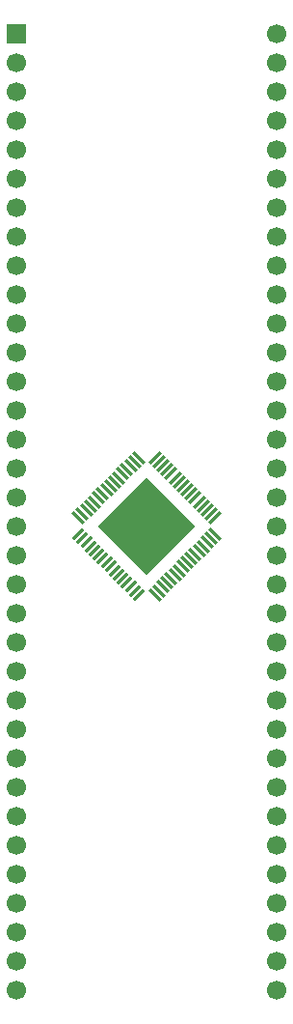
<source format=gts>
G04 #@! TF.GenerationSoftware,KiCad,Pcbnew,9.0.6*
G04 #@! TF.CreationDate,2026-01-07T12:47:01-06:00*
G04 #@! TF.ProjectId,QFN-64_9x9_P0.5,51464e2d-3634-45f3-9978-395f50302e35,rev?*
G04 #@! TF.SameCoordinates,Original*
G04 #@! TF.FileFunction,Soldermask,Top*
G04 #@! TF.FilePolarity,Negative*
%FSLAX46Y46*%
G04 Gerber Fmt 4.6, Leading zero omitted, Abs format (unit mm)*
G04 Created by KiCad (PCBNEW 9.0.6) date 2026-01-07 12:47:01*
%MOMM*%
%LPD*%
G01*
G04 APERTURE LIST*
G04 Aperture macros list*
%AMRotRect*
0 Rectangle, with rotation*
0 The origin of the aperture is its center*
0 $1 length*
0 $2 width*
0 $3 Rotation angle, in degrees counterclockwise*
0 Add horizontal line*
21,1,$1,$2,0,0,$3*%
G04 Aperture macros list end*
%ADD10RotRect,0.300000X1.400000X45.000000*%
%ADD11RotRect,0.300000X1.300000X315.000000*%
%ADD12RotRect,0.300000X1.400000X315.000000*%
%ADD13C,1.000000*%
%ADD14RotRect,6.100000X6.100000X315.000000*%
%ADD15R,1.700000X1.700000*%
%ADD16C,1.700000*%
G04 APERTURE END LIST*
D10*
X120704893Y-116925592D03*
X120351340Y-117279146D03*
X119997786Y-117632699D03*
X119644233Y-117986253D03*
X119290680Y-118339806D03*
X118937126Y-118693359D03*
X118583573Y-119046913D03*
X118230019Y-119400466D03*
X117876466Y-119754019D03*
X117522913Y-120107573D03*
X117169359Y-120461126D03*
X116815806Y-120814680D03*
X116462253Y-121168233D03*
X116108699Y-121521786D03*
X115755146Y-121875340D03*
X115401592Y-122228893D03*
D11*
X115401592Y-123643107D03*
X115755146Y-123996660D03*
X116108699Y-124350214D03*
X116462253Y-124703767D03*
X116815806Y-125057320D03*
X117169359Y-125410874D03*
X117522913Y-125764427D03*
X117876466Y-126117981D03*
X118230019Y-126471534D03*
X118583573Y-126825087D03*
X118937126Y-127178641D03*
X119290680Y-127532194D03*
X119644233Y-127885747D03*
X119997786Y-128239301D03*
X120351340Y-128592854D03*
X120704893Y-128946408D03*
D10*
X122119107Y-128946408D03*
X122472660Y-128592854D03*
X122826214Y-128239301D03*
X123179767Y-127885747D03*
X123533320Y-127532194D03*
X123886874Y-127178641D03*
X124240427Y-126825087D03*
X124593981Y-126471534D03*
X124947534Y-126117981D03*
X125301087Y-125764427D03*
X125654641Y-125410874D03*
X126008194Y-125057320D03*
X126361747Y-124703767D03*
X126715301Y-124350214D03*
X127068854Y-123996660D03*
X127422408Y-123643107D03*
D12*
X127422408Y-122228893D03*
X127068854Y-121875340D03*
X126715301Y-121521786D03*
X126361747Y-121168233D03*
X126008194Y-120814680D03*
X125654641Y-120461126D03*
X125301087Y-120107573D03*
X124947534Y-119754019D03*
X124593981Y-119400466D03*
X124240427Y-119046913D03*
X123886874Y-118693359D03*
X123533320Y-118339806D03*
X123179767Y-117986253D03*
X122826214Y-117632699D03*
X122472660Y-117279146D03*
X122119107Y-116925592D03*
D13*
X119997786Y-121521786D03*
X121412000Y-120107573D03*
X118583573Y-122936000D03*
X122826214Y-121521786D03*
X121412000Y-122936000D03*
D14*
X121412000Y-122936000D03*
D13*
X119997786Y-124350214D03*
X124240427Y-122936000D03*
X121412000Y-125764427D03*
X122826214Y-124350214D03*
D15*
X109982000Y-79756000D03*
D16*
X109982000Y-82296000D03*
X109982000Y-84836000D03*
X109982000Y-87376000D03*
X109982000Y-89916000D03*
X109982000Y-92456000D03*
X109982000Y-94996000D03*
X109982000Y-97536000D03*
X109982000Y-100076000D03*
X109982000Y-102616000D03*
X109982000Y-105156000D03*
X109982000Y-107696000D03*
X109982000Y-110236000D03*
X109982000Y-112776000D03*
X109982000Y-115316000D03*
X109982000Y-117856000D03*
X109982000Y-120396000D03*
X109982000Y-122936000D03*
X109982000Y-125476000D03*
X109982000Y-128016000D03*
X109982000Y-130556000D03*
X109982000Y-133096000D03*
X109982000Y-135636000D03*
X109982000Y-138176000D03*
X109982000Y-140716000D03*
X109982000Y-143256000D03*
X109982000Y-145796000D03*
X109982000Y-148336000D03*
X109982000Y-150876000D03*
X109982000Y-153416000D03*
X109982000Y-155956000D03*
X109982000Y-158496000D03*
X109982000Y-161036000D03*
X109982000Y-163576000D03*
X132842000Y-79756000D03*
X132842000Y-82296000D03*
X132842000Y-84836000D03*
X132842000Y-87376000D03*
X132842000Y-89916000D03*
X132842000Y-92456000D03*
X132842000Y-94996000D03*
X132842000Y-97536000D03*
X132842000Y-100076000D03*
X132842000Y-102616000D03*
X132842000Y-105156000D03*
X132842000Y-107696000D03*
X132842000Y-110236000D03*
X132842000Y-112776000D03*
X132842000Y-115316000D03*
X132842000Y-117856000D03*
X132842000Y-120396000D03*
X132842000Y-122936000D03*
X132842000Y-125476000D03*
X132842000Y-128016000D03*
X132842000Y-130556000D03*
X132842000Y-133096000D03*
X132842000Y-135636000D03*
X132842000Y-138176000D03*
X132842000Y-140716000D03*
X132842000Y-143256000D03*
X132842000Y-145796000D03*
X132842000Y-148336000D03*
X132842000Y-150876000D03*
X132842000Y-153416000D03*
X132842000Y-155956000D03*
X132842000Y-158496000D03*
X132842000Y-161036000D03*
X132842000Y-163576000D03*
M02*

</source>
